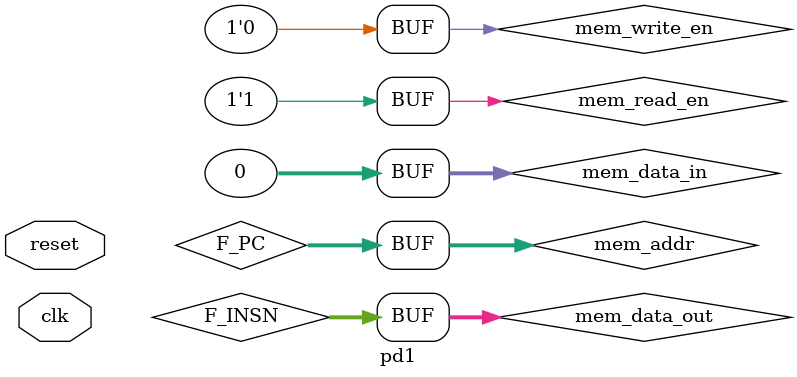
<source format=sv>
/*
 * Module: pd1
 * Description: Top-level for PD1. Instantiates:
 *   - fetch: generates the Program Counter (PC)
 *   - memory: byte-addressable RAM (combinational read, byte write)
 *
 * Notes:
 *   - The CPU/global address space maps this memory at BASE = 0x0100_0000.
 *   - For PD1 we only fetch instructions: read_en=1, write_en=0.
 *   - The instruction value (F_INSN) is taken from memory data_o.
 */

module pd1 #(
  parameter int AWIDTH = 32,
  parameter int DWIDTH = 32
)(
  input  logic clk,
  input  logic reset
);

  // ---------------------------------------------------------------------------
  // Fetch stage <-> Memory interface signals (nice names for probes.svh)
  // ---------------------------------------------------------------------------
  logic [AWIDTH-1:0] F_PC;            // fetch PC (program counter)
  logic [DWIDTH-1:0] F_INSN;          // instruction at PC (from memory)

  logic [AWIDTH-1:0] mem_addr;        // absolute address to memory
  logic [DWIDTH-1:0] mem_data_in;     // data to memory (unused in PD1)
  logic [DWIDTH-1:0] mem_data_out;    // data from memory
  logic              mem_read_en;     // read enable
  logic              mem_write_en;    // write enable

  // ---------------------------------------------------------------------------
  // Simple PD1 policy: always read instruction at PC; no writes
  // ---------------------------------------------------------------------------
  assign mem_addr     = F_PC;
  assign mem_data_in  = '0;
  assign mem_read_en  = 1'b1;
  assign mem_write_en = 1'b0;

  // We take the instruction value directly from memory output
  assign F_INSN = mem_data_out;

  // ---------------------------------------------------------------------------
  // Fetch stage
  //   - Holds BASE on reset; then PC += 4 every cycle
  //   - Its own insn_o isn't used in PD1 (we expose F_INSN from memory)
  // ---------------------------------------------------------------------------
  logic [DWIDTH-1:0] _unused_fetch_insn;

  fetch #(
    .DWIDTH   (DWIDTH),
    .AWIDTH   (AWIDTH),
    .BASEADDR (32'h0100_0000)
  ) u_fetch (
    .clk   (clk),
    .rst   (reset),
    .pc_o  (F_PC),
    .insn_o(_unused_fetch_insn)   // unused in PD1
  );

  // ---------------------------------------------------------------------------
  // Instruction memory (byte-addressable, little-endian)
  // ---------------------------------------------------------------------------
  memory #(
    .AWIDTH    (AWIDTH),
    .DWIDTH    (DWIDTH),
    .BASE_ADDR (32'h0100_0000)
  ) u_memory (
    .clk        (clk),
    .rst        (reset),
    .addr_i     (mem_addr),
    .data_i     (mem_data_in),
    .read_en_i  (mem_read_en),
    .write_en_i (mem_write_en),
    .data_o     (mem_data_out)
  );

  /*
   * To hook up the verification probes, edit project/pd1/design/probes.svh:
   *
   *   `define PROBE_ADDR      mem_addr
   *   `define PROBE_DATA_IN   mem_data_in
   *   `define PROBE_DATA_OUT  mem_data_out
   *   `define PROBE_READ_EN   mem_read_en
   *   `define PROBE_WRITE_EN  mem_write_en
   *   `define PROBE_F_PC      F_PC
   *   `define PROBE_F_INSN    F_INSN
   *
   * and ensure:
   *   `define TOP_MODULE pd1
   */

endmodule : pd1

</source>
